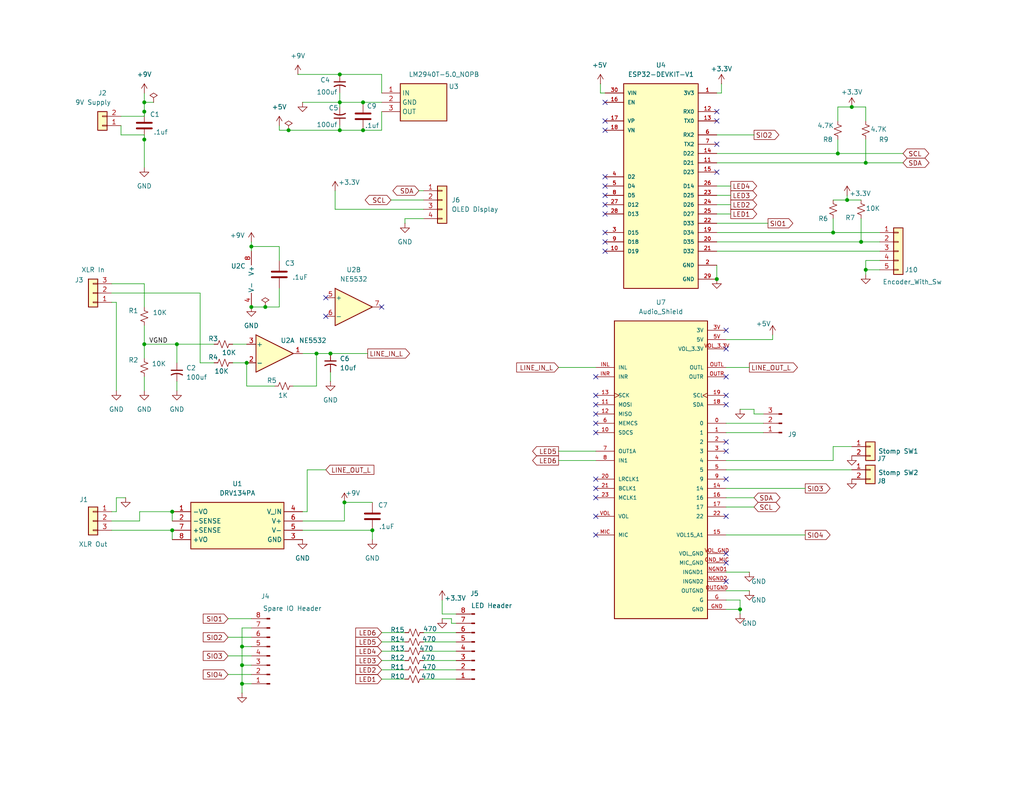
<source format=kicad_sch>
(kicad_sch (version 20250114) (generator "eeschema") (generator_version "9.0")
  (paper "A")
  (title_block (title "Vocal Delay Pedal") (date "2025-07-29") (company "William Douglas Music"))
  (lib_symbols
    (symbol "Amplifier_Operational:NE5532" (pin_names (offset 0.127))
      (property "Reference" "U" (at 0 5.08 0))
      (property "Value" "NE5532" (at 0 -5.08 0))
      (symbol "NE5532_1_1"
        (pin input line (at -7.62 2.54 0) (length 2.54) (name "+") (number "3"))
        (pin input line (at -7.62 -2.54 0) (length 2.54) (name "-") (number "2"))
        (pin output line (at 7.62 0 180) (length 2.54) (name "~") (number "1"))
      )
      (symbol "NE5532_2_1"
        (pin input line (at -7.62 2.54 0) (length 2.54) (name "+") (number "5"))
        (pin input line (at -7.62 -2.54 0) (length 2.54) (name "-") (number "6"))
        (pin output line (at 7.62 0 180) (length 2.54) (name "~") (number "7"))
      )
      (symbol "NE5532_3_1"
        (pin power_in line (at -2.54 7.62 270) (length 3.81) (name "V+") (number "8"))
        (pin power_in line (at -2.54 -7.62 90) (length 3.81) (name "V-") (number "4"))
      )
    )
    (symbol "Connector:Conn_01x03_Pin" (pin_names (offset 1.016) (hide yes))
      (property "Reference" "J" (at 0 5.08 0))
      (property "Value" "Conn_01x03_Pin" (at 0 -5.08 0))
      (symbol "Conn_01x03_Pin_1_1"
        (pin passive line (at 5.08 2.54 180) (length 3.81) (name "Pin_1") (number "1"))
        (pin passive line (at 5.08 0 180) (length 3.81) (name "Pin_2") (number "2"))
        (pin passive line (at 5.08 -2.54 180) (length 3.81) (name "Pin_3") (number "3"))
      )
    )
    (symbol "Connector:Conn_01x08_Pin" (pin_names (offset 1.016) (hide yes))
      (property "Reference" "J" (at 0 10.16 0))
      (property "Value" "Conn_01x08_Pin" (at 0 -12.7 0))
      (symbol "Conn_01x08_Pin_1_1"
        (pin passive line (at 5.08 7.62 180) (length 3.81) (name "Pin_1") (number "1"))
        (pin passive line (at 5.08 5.08 180) (length 3.81) (name "Pin_2") (number "2"))
        (pin passive line (at 5.08 2.54 180) (length 3.81) (name "Pin_3") (number "3"))
        (pin passive line (at 5.08 0 180) (length 3.81) (name "Pin_4") (number "4"))
        (pin passive line (at 5.08 -2.54 180) (length 3.81) (name "Pin_5") (number "5"))
        (pin passive line (at 5.08 -5.08 180) (length 3.81) (name "Pin_6") (number "6"))
        (pin passive line (at 5.08 -7.62 180) (length 3.81) (name "Pin_7") (number "7"))
        (pin passive line (at 5.08 -10.16 180) (length 3.81) (name "Pin_8") (number "8"))
      )
    )
    (symbol "Connector_Generic:Conn_01x02" (pin_names (offset 1.016) (hide yes))
      (property "Reference" "J" (at 0 2.54 0))
      (property "Value" "Conn_01x02" (at 0 -5.08 0))
      (symbol "Conn_01x02_1_1"
        (pin passive line (at -5.08 0 0) (length 3.81) (name "Pin_1") (number "1"))
        (pin passive line (at -5.08 -2.54 0) (length 3.81) (name "Pin_2") (number "2"))
      )
    )
    (symbol "Connector_Generic:Conn_01x03" (pin_names (offset 1.016) (hide yes))
      (property "Reference" "J" (at 0 5.08 0))
      (property "Value" "Conn_01x03" (at 0 -5.08 0))
      (symbol "Conn_01x03_1_1"
        (pin passive line (at -5.08 2.54 0) (length 3.81) (name "Pin_1") (number "1"))
        (pin passive line (at -5.08 0 0) (length 3.81) (name "Pin_2") (number "2"))
        (pin passive line (at -5.08 -2.54 0) (length 3.81) (name "Pin_3") (number "3"))
      )
    )
    (symbol "Connector_Generic:Conn_01x04" (pin_names (offset 1.016) (hide yes))
      (property "Reference" "J" (at 0 5.08 0))
      (property "Value" "Conn_01x04" (at 0 -7.62 0))
      (symbol "Conn_01x04_1_1"
        (pin passive line (at -5.08 2.54 0) (length 3.81) (name "Pin_1") (number "1"))
        (pin passive line (at -5.08 0 0) (length 3.81) (name "Pin_2") (number "2"))
        (pin passive line (at -5.08 -2.54 0) (length 3.81) (name "Pin_3") (number "3"))
        (pin passive line (at -5.08 -5.08 0) (length 3.81) (name "Pin_4") (number "4"))
      )
    )
    (symbol "Connector_Generic:Conn_01x05" (pin_names (offset 1.016) (hide yes))
      (property "Reference" "J" (at 0 7.62 0))
      (property "Value" "Conn_01x05" (at 0 -7.62 0))
      (symbol "Conn_01x05_1_1"
        (pin passive line (at -5.08 5.08 0) (length 3.81) (name "Pin_1") (number "1"))
        (pin passive line (at -5.08 2.54 0) (length 3.81) (name "Pin_2") (number "2"))
        (pin passive line (at -5.08 0 0) (length 3.81) (name "Pin_3") (number "3"))
        (pin passive line (at -5.08 -2.54 0) (length 3.81) (name "Pin_4") (number "4"))
        (pin passive line (at -5.08 -5.08 0) (length 3.81) (name "Pin_5") (number "5"))
      )
    )
    (symbol "Device:C" (pin_numbers (hide yes)) (pin_names (offset 0.254))
      (property "Reference" "C" (at 0.635 2.54 0))
      (property "Value" "C" (at 0.635 -2.54 0))
      (symbol "C_1_1"
        (pin passive line (at 0 3.81 270) (length 2.794) (name "~") (number "1"))
        (pin passive line (at 0 -3.81 90) (length 2.794) (name "~") (number "2"))
      )
    )
    (symbol "Device:C_Small_US" (pin_numbers (hide yes)) (pin_names (offset 0.254) (hide yes))
      (property "Reference" "C" (at 0.254 1.778 0))
      (property "Value" "C_Small_US" (at 0.254 -2.032 0))
      (symbol "C_Small_US_1_1"
        (pin passive line (at 0 2.54 270) (length 2.032) (name "~") (number "1"))
        (pin passive line (at 0 -2.54 90) (length 2.032) (name "~") (number "2"))
      )
    )
    (symbol "Device:R_Small_US" (pin_numbers (hide yes)) (pin_names (offset 0.254) (hide yes))
      (property "Reference" "R" (at 0.762 0.508 0))
      (property "Value" "R_Small_US" (at 0.762 -1.016 0))
      (symbol "R_Small_US_1_1"
        (pin passive line (at 0 2.54 270) (length 1.016) (name "~") (number "1"))
        (pin passive line (at 0 -2.54 90) (length 1.016) (name "~") (number "2"))
      )
    )
    (symbol "MySamacSys:Audio_Shield" (pin_names (offset 1.016))
      (property "Reference" "U" (at -12.7 41.148 0))
      (property "Value" "Audio_Shield" (at -12.7 -43.18 0))
      (symbol "Audio_Shield_0_0"
        (pin input line (at -17.78 27.94 0) (length 5.08) (name "INL") (number "INL"))
        (pin input line (at -17.78 25.4 0) (length 5.08) (name "INR") (number "INR"))
        (pin bidirectional clock (at -17.78 20.32 0) (length 5.08) (name "SCK") (number "13"))
        (pin bidirectional line (at -17.78 17.78 0) (length 5.08) (name "MOSI") (number "11"))
        (pin bidirectional line (at -17.78 15.24 0) (length 5.08) (name "MISO") (number "12"))
        (pin input line (at -17.78 12.7 0) (length 5.08) (name "MEMCS") (number "6"))
        (pin bidirectional line (at -17.78 10.16 0) (length 5.08) (name "SDCS") (number "10"))
        (pin output line (at -17.78 5.08 0) (length 5.08) (name "OUT1A") (number "7"))
        (pin input line (at -17.78 2.54 0) (length 5.08) (name "IN1") (number "8"))
        (pin bidirectional line (at -17.78 -2.54 0) (length 5.08) (name "LRCLK1") (number "20"))
        (pin bidirectional line (at -17.78 -5.08 0) (length 5.08) (name "BCLK1") (number "21"))
        (pin bidirectional line (at -17.78 -7.62 0) (length 5.08) (name "MCLK1") (number "23"))
        (pin input line (at -17.78 -12.7 0) (length 5.08) (name "VOL") (number "VOL"))
        (pin input line (at -17.78 -17.78 0) (length 5.08) (name "MIC") (number "MIC"))
        (pin power_in line (at 17.78 38.1 180) (length 5.08) (name "3V") (number "3V"))
        (pin power_in line (at 17.78 35.56 180) (length 5.08) (name "5V") (number "5V"))
        (pin power_in line (at 17.78 33.02 180) (length 5.08) (name "VOL_3.3V") (number "VOL_3.3V"))
        (pin output line (at 17.78 27.94 180) (length 5.08) (name "OUTL") (number "OUTL"))
        (pin output line (at 17.78 25.4 180) (length 5.08) (name "OUTR") (number "OUTR"))
        (pin bidirectional clock (at 17.78 20.32 180) (length 5.08) (name "SCL") (number "19"))
        (pin bidirectional line (at 17.78 17.78 180) (length 5.08) (name "SDA") (number "18"))
        (pin bidirectional line (at 17.78 12.7 180) (length 5.08) (name "0") (number "0"))
        (pin bidirectional line (at 17.78 10.16 180) (length 5.08) (name "1") (number "1"))
        (pin bidirectional line (at 17.78 7.62 180) (length 5.08) (name "2") (number "2"))
        (pin bidirectional line (at 17.78 5.08 180) (length 5.08) (name "3") (number "3"))
        (pin bidirectional line (at 17.78 2.54 180) (length 5.08) (name "4") (number "4"))
        (pin bidirectional line (at 17.78 0 180) (length 5.08) (name "5") (number "5"))
        (pin bidirectional line (at 17.78 -2.54 180) (length 5.08) (name "9") (number "9"))
        (pin bidirectional line (at 17.78 -5.08 180) (length 5.08) (name "14") (number "14"))
        (pin bidirectional line (at 17.78 -7.62 180) (length 5.08) (name "16") (number "16"))
        (pin bidirectional line (at 17.78 -10.16 180) (length 5.08) (name "17") (number "17"))
        (pin bidirectional line (at 17.78 -12.7 180) (length 5.08) (name "22") (number "22"))
        (pin bidirectional line (at 17.78 -17.78 180) (length 5.08) (name "VOL15_A1") (number "15"))
        (pin power_in line (at 17.78 -22.86 180) (length 5.08) (name "VOL_GND") (number "VOL_GND"))
        (pin power_in line (at 17.78 -25.4 180) (length 5.08) (name "MIC_GND") (number "GND_MIC"))
        (pin power_in line (at 17.78 -27.94 180) (length 5.08) (name "INGND1") (number "INGND1"))
        (pin power_in line (at 17.78 -30.48 180) (length 5.08) (name "INGND2") (number "INGND2"))
        (pin power_in line (at 17.78 -33.02 180) (length 5.08) (name "OUTGND") (number "OUTGND"))
        (pin power_in line (at 17.78 -35.56 180) (length 5.08) (name "G") (number "G"))
        (pin power_in line (at 17.78 -38.1 180) (length 5.08) (name "GND") (number "GND"))
      )
    )
    (symbol "MySamacSys:DRV134PA_v2"
      (property "Reference" "IC" (at 4.826 4.572 0))
      (property "Value" "DRV134PA_v2" (at 10.668 -11.176 0))
      (symbol "DRV134PA_v2_1_1"
        (pin passive line (at 0 0 0) (length 5.08) (name "-VO") (number "1"))
        (pin passive line (at 0 -2.54 0) (length 5.08) (name "-SENSE") (number "2"))
        (pin passive line (at 0 -5.08 0) (length 5.08) (name "+SENSE") (number "7"))
        (pin passive line (at 0 -7.62 0) (length 5.08) (name "+VO") (number "8"))
        (pin passive line (at 35.56 0 180) (length 5.08) (name "V_IN") (number "4"))
        (pin passive line (at 35.56 -2.54 180) (length 5.08) (name "V+") (number "6"))
        (pin passive line (at 35.56 -5.08 180) (length 5.08) (name "V-") (number "5"))
        (pin passive line (at 35.56 -7.62 180) (length 5.08) (name "GND") (number "3"))
      )
    )
    (symbol "MySamacSys:ESP32-DEVKIT-V1" (pin_names (offset 1.016))
      (property "Reference" "U" (at -10.16 30.48 0))
      (property "Value" "ESP32-DEVKIT-V1" (at -10.16 -30.48 0))
      (symbol "ESP32-DEVKIT-V1_0_0"
        (pin input line (at -15.24 25.4 0) (length 5.08) (name "VIN") (number "30"))
        (pin input line (at -15.24 22.86 0) (length 5.08) (name "EN") (number "16"))
        (pin bidirectional line (at -15.24 17.78 0) (length 5.08) (name "VP") (number "17"))
        (pin bidirectional line (at -15.24 15.24 0) (length 5.08) (name "VN") (number "18"))
        (pin bidirectional line (at -15.24 2.54 0) (length 5.08) (name "D2") (number "4"))
        (pin bidirectional line (at -15.24 0 0) (length 5.08) (name "D4") (number "5"))
        (pin bidirectional line (at -15.24 -2.54 0) (length 5.08) (name "D5") (number "8"))
        (pin bidirectional line (at -15.24 -5.08 0) (length 5.08) (name "D12") (number "27"))
        (pin bidirectional line (at -15.24 -7.62 0) (length 5.08) (name "D13") (number "28"))
        (pin bidirectional line (at -15.24 -12.7 0) (length 5.08) (name "D15") (number "3"))
        (pin bidirectional line (at -15.24 -15.24 0) (length 5.08) (name "D18") (number "9"))
        (pin bidirectional line (at -15.24 -17.78 0) (length 5.08) (name "D19") (number "10"))
        (pin input line (at 15.24 20.32 180) (length 5.08) (name "RX0") (number "12"))
        (pin output line (at 15.24 17.78 180) (length 5.08) (name "TX0") (number "13"))
        (pin input line (at 15.24 13.97 180) (length 5.08) (name "RX2") (number "6"))
        (pin output line (at 15.24 11.43 180) (length 5.08) (name "TX2") (number "7"))
        (pin bidirectional line (at 15.24 8.89 180) (length 5.08) (name "D22") (number "14"))
        (pin bidirectional line (at 15.24 3.81 180) (length 5.08) (name "D23") (number "15"))
        (pin bidirectional line (at 15.24 -2.54 180) (length 5.08) (name "D25") (number "23"))
        (pin bidirectional line (at 15.24 -5.08 180) (length 5.08) (name "D26") (number "24"))
        (pin bidirectional line (at 15.24 -7.62 180) (length 5.08) (name "D27") (number "25"))
        (pin bidirectional line (at 15.24 -10.16 180) (length 5.08) (name "D33") (number "22"))
        (pin bidirectional line (at 15.24 -12.7 180) (length 5.08) (name "D34") (number "19"))
        (pin bidirectional line (at 15.24 -15.24 180) (length 5.08) (name "D35") (number "20"))
        (pin bidirectional line (at 15.24 -17.78 180) (length 5.08) (name "D32") (number "21"))
        (pin power_in line (at 15.24 -21.59 180) (length 5.08) (name "GND") (number "2"))
        (pin power_in line (at 15.24 -25.4 180) (length 5.08) (name "GND") (number "29"))
      )
      (symbol "ESP32-DEVKIT-V1_1_0"
        (pin power_out line (at 15.24 25.4 180) (length 5.08) (name "3V3") (number "1"))
        (pin bidirectional line (at 15.24 6.35 180) (length 5.08) (name "D21") (number "11"))
        (pin bidirectional line (at 15.24 0 180) (length 5.08) (name "D14") (number "26"))
      )
    )
    (symbol "MySamacSys:LM2940T-5.0_NOPB"
      (property "Reference" "IC" (at 19.05 7.62 0))
      (property "Value" "LM2940T-5.0_NOPB" (at 19.05 5.08 0))
      (symbol "LM2940T-5.0_NOPB_1_1"
        (pin passive line (at 0 0 0) (length 5.08) (name "IN") (number "1"))
        (pin passive line (at 0 -2.54 0) (length 5.08) (name "GND") (number "2"))
        (pin passive line (at 0 -5.08 0) (length 5.08) (name "OUT") (number "3"))
      )
    )
    (symbol "power:+3.3V" (power) (pin_numbers (hide yes)) (pin_names (offset 0) (hide yes))
      (property "Value" "+3.3V" (at 0 3.556 0))
      (symbol "+3.3V_1_1"
        (pin power_in line (at 0 0 90) (length 0) (name "~") (number "1"))
      )
    )
    (symbol "power:+5V" (power) (pin_numbers (hide yes)) (pin_names (offset 0) (hide yes))
      (property "Value" "+5V" (at 0 3.556 0))
      (symbol "+5V_1_1"
        (pin power_in line (at 0 0 90) (length 0) (name "~") (number "1"))
      )
    )
    (symbol "power:+9V" (power) (pin_numbers (hide yes)) (pin_names (offset 0) (hide yes))
      (property "Value" "+9V" (at 0 3.556 0))
      (symbol "+9V_1_1"
        (pin power_in line (at 0 0 90) (length 0) (name "~") (number "1"))
      )
    )
    (symbol "power:GND" (power) (pin_numbers (hide yes)) (pin_names (offset 0) (hide yes))
      (property "Value" "GND" (at 0 -3.81 0))
      (symbol "GND_1_1"
        (pin power_in line (at 0 0 270) (length 0) (name "~") (number "1"))
      )
    )
    (symbol "power:PWR_FLAG" (power) (pin_numbers (hide yes)) (pin_names (offset 0) (hide yes))
      (property "Value" "PWR_FLAG" (at 0 3.81 0))
      (symbol "PWR_FLAG_0_0"
        (pin power_out line (at 0 0 90) (length 0) (name "~") (number "1"))
      )
    )
  )
  (junction (at 90.17 96.52))
  (junction (at 236.22 44.45))
  (junction (at 66.04 176.53))
  (junction (at 39.37 30.48))
  (junction (at 236.22 73.66))
  (junction (at 99.06 27.94))
  (junction (at 86.36 96.52))
  (junction (at 231.14 54.61))
  (junction (at 92.71 35.56))
  (junction (at 195.58 76.2))
  (junction (at 101.6 144.78))
  (junction (at 201.93 166.37))
  (junction (at 39.37 93.98))
  (junction (at 68.58 67.31))
  (junction (at 39.37 27.94))
  (junction (at 68.58 83.82))
  (junction (at 67.31 99.06))
  (junction (at 48.26 93.98))
  (junction (at 92.71 20.32))
  (junction (at 39.37 38.1))
  (junction (at 228.6 41.91))
  (junction (at 78.74 35.56))
  (junction (at 93.98 137.16))
  (junction (at 66.04 186.69))
  (junction (at 92.71 27.94))
  (junction (at 46.99 139.7))
  (junction (at 72.39 83.82))
  (junction (at 227.33 63.5))
  (junction (at 66.04 181.61))
  (junction (at 232.41 29.21))
  (junction (at 99.06 35.56))
  (junction (at 46.99 144.78))
  (junction (at 234.95 66.04))
  (no_connect (at 198.12 158.75))
  (no_connect (at 165.1 35.56))
  (no_connect (at 162.56 113.03))
  (no_connect (at 165.1 33.02))
  (no_connect (at 165.1 48.26))
  (no_connect (at 198.12 95.25))
  (no_connect (at 165.1 63.5))
  (no_connect (at 162.56 146.05))
  (no_connect (at 198.12 110.49))
  (no_connect (at 162.56 107.95))
  (no_connect (at 162.56 130.81))
  (no_connect (at 88.9 81.28))
  (no_connect (at 198.12 102.87))
  (no_connect (at 198.12 123.19))
  (no_connect (at 162.56 102.87))
  (no_connect (at 198.12 120.65))
  (no_connect (at 162.56 110.49))
  (no_connect (at 195.58 39.37))
  (no_connect (at 165.1 27.94))
  (no_connect (at 162.56 118.11))
  (no_connect (at 162.56 115.57))
  (no_connect (at 165.1 53.34))
  (no_connect (at 104.14 83.82))
  (no_connect (at 198.12 140.97))
  (no_connect (at 165.1 58.42))
  (no_connect (at 165.1 55.88))
  (no_connect (at 198.12 90.17))
  (no_connect (at 162.56 133.35))
  (no_connect (at 195.58 46.99))
  (no_connect (at 165.1 66.04))
  (no_connect (at 198.12 130.81))
  (no_connect (at 88.9 86.36))
  (no_connect (at 162.56 135.89))
  (no_connect (at 165.1 68.58))
  (no_connect (at 198.12 151.13))
  (no_connect (at 198.12 153.67))
  (no_connect (at 165.1 50.8))
  (no_connect (at 198.12 107.95))
  (no_connect (at 195.58 30.48))
  (no_connect (at 162.56 140.97))
  (no_connect (at 195.58 33.02))
  (wire (pts (xy 165.1 25.4) (xy 163.83 25.4)))
  (wire (pts (xy 92.71 34.29) (xy 92.71 35.56)))
  (wire (pts (xy 92.71 35.56) (xy 78.74 35.56)))
  (wire (pts (xy 195.58 68.58) (xy 240.03 68.58)))
  (wire (pts (xy 92.71 20.32) (xy 104.14 20.32)))
  (wire (pts (xy 66.04 171.45) (xy 66.04 176.53)))
  (wire (pts (xy 82.55 144.78) (xy 101.6 144.78)))
  (wire (pts (xy 76.2 34.29) (xy 76.2 35.56)))
  (wire (pts (xy 86.36 96.52) (xy 86.36 105.41)))
  (wire (pts (xy 99.06 27.94) (xy 104.14 27.94)))
  (wire (pts (xy 39.37 77.47) (xy 39.37 83.82)))
  (wire (pts (xy 92.71 25.4) (xy 92.71 27.94)))
  (wire (pts (xy 104.14 30.48) (xy 104.14 35.56)))
  (wire (pts (xy 198.12 128.27) (xy 232.41 128.27)))
  (wire (pts (xy 31.75 135.89) (xy 34.29 135.89)))
  (wire (pts (xy 39.37 27.94) (xy 41.91 27.94)))
  (wire (pts (xy 30.48 82.55) (xy 31.75 82.55)))
  (wire (pts (xy 78.74 35.56) (xy 76.2 35.56)))
  (wire (pts (xy 104.14 35.56) (xy 99.06 35.56)))
  (wire (pts (xy 195.58 44.45) (xy 236.22 44.45)))
  (wire (pts (xy 152.4 100.33) (xy 162.56 100.33)))
  (wire (pts (xy 92.71 27.94) (xy 92.71 29.21)))
  (wire (pts (xy 234.95 59.69) (xy 234.95 66.04)))
  (wire (pts (xy 93.98 137.16) (xy 93.98 142.24)))
  (wire (pts (xy 104.14 180.34) (xy 110.49 180.34)))
  (wire (pts (xy 63.5 93.98) (xy 67.31 93.98)))
  (wire (pts (xy 104.14 175.26) (xy 110.49 175.26)))
  (wire (pts (xy 82.55 27.94) (xy 92.71 27.94)))
  (wire (pts (xy 82.55 142.24) (xy 93.98 142.24)))
  (wire (pts (xy 67.31 99.06) (xy 67.31 105.41)))
  (wire (pts (xy 115.57 182.88) (xy 124.46 182.88)))
  (wire (pts (xy 198.12 135.89) (xy 205.74 135.89)))
  (wire (pts (xy 63.5 99.06) (xy 67.31 99.06)))
  (wire (pts (xy 68.58 68.58) (xy 68.58 67.31)))
  (wire (pts (xy 86.36 96.52) (xy 90.17 96.52)))
  (wire (pts (xy 236.22 73.66) (xy 240.03 73.66)))
  (wire (pts (xy 198.12 166.37) (xy 201.93 166.37)))
  (wire (pts (xy 66.04 176.53) (xy 68.58 176.53)))
  (wire (pts (xy 76.2 71.12) (xy 76.2 67.31)))
  (wire (pts (xy 48.26 104.14) (xy 48.26 106.68)))
  (wire (pts (xy 198.12 161.29) (xy 204.47 161.29)))
  (wire (pts (xy 62.23 173.99) (xy 68.58 173.99)))
  (wire (pts (xy 39.37 36.83) (xy 39.37 38.1)))
  (wire (pts (xy 210.82 92.71) (xy 210.82 91.44)))
  (wire (pts (xy 39.37 93.98) (xy 48.26 93.98)))
  (wire (pts (xy 198.12 118.11) (xy 208.28 118.11)))
  (wire (pts (xy 39.37 27.94) (xy 39.37 30.48)))
  (wire (pts (xy 236.22 38.1) (xy 236.22 44.45)))
  (wire (pts (xy 195.58 36.83) (xy 205.74 36.83)))
  (wire (pts (xy 68.58 186.69) (xy 66.04 186.69)))
  (wire (pts (xy 228.6 41.91) (xy 246.38 41.91)))
  (wire (pts (xy 62.23 168.91) (xy 68.58 168.91)))
  (wire (pts (xy 83.82 128.27) (xy 83.82 139.7)))
  (wire (pts (xy 195.58 66.04) (xy 234.95 66.04)))
  (wire (pts (xy 38.1 139.7) (xy 46.99 139.7)))
  (wire (pts (xy 123.19 168.91) (xy 120.65 168.91)))
  (wire (pts (xy 198.12 138.43) (xy 205.74 138.43)))
  (wire (pts (xy 123.19 170.18) (xy 123.19 168.91)))
  (wire (pts (xy 31.75 82.55) (xy 31.75 106.68)))
  (wire (pts (xy 62.23 179.07) (xy 68.58 179.07)))
  (wire (pts (xy 228.6 38.1) (xy 228.6 41.91)))
  (wire (pts (xy 115.57 52.07) (xy 114.3 52.07)))
  (wire (pts (xy 48.26 99.06) (xy 48.26 93.98)))
  (wire (pts (xy 66.04 186.69) (xy 66.04 189.23)))
  (wire (pts (xy 198.12 125.73) (xy 227.33 125.73)))
  (wire (pts (xy 39.37 31.75) (xy 39.37 30.48)))
  (wire (pts (xy 46.99 144.78) (xy 46.99 147.32)))
  (wire (pts (xy 228.6 29.21) (xy 232.41 29.21)))
  (wire (pts (xy 33.02 34.29) (xy 33.02 36.83)))
  (wire (pts (xy 198.12 133.35) (xy 219.71 133.35)))
  (wire (pts (xy 68.58 67.31) (xy 76.2 67.31)))
  (wire (pts (xy 76.2 83.82) (xy 72.39 83.82)))
  (wire (pts (xy 90.17 101.6) (xy 90.17 104.14)))
  (wire (pts (xy 39.37 93.98) (xy 39.37 97.79)))
  (wire (pts (xy 236.22 74.93) (xy 236.22 73.66)))
  (wire (pts (xy 81.28 20.32) (xy 92.71 20.32)))
  (wire (pts (xy 39.37 88.9) (xy 39.37 93.98)))
  (wire (pts (xy 39.37 102.87) (xy 39.37 106.68)))
  (wire (pts (xy 38.1 142.24) (xy 38.1 139.7)))
  (wire (pts (xy 152.4 125.73) (xy 162.56 125.73)))
  (wire (pts (xy 54.61 99.06) (xy 58.42 99.06)))
  (wire (pts (xy 39.37 25.4) (xy 39.37 27.94)))
  (wire (pts (xy 163.83 22.86) (xy 163.83 25.4)))
  (wire (pts (xy 120.65 167.64) (xy 124.46 167.64)))
  (wire (pts (xy 240.03 71.12) (xy 236.22 71.12)))
  (wire (pts (xy 115.57 59.69) (xy 110.49 59.69)))
  (wire (pts (xy 39.37 38.1) (xy 39.37 45.72)))
  (wire (pts (xy 195.58 25.4) (xy 196.85 25.4)))
  (wire (pts (xy 198.12 156.21) (xy 204.47 156.21)))
  (wire (pts (xy 92.71 27.94) (xy 99.06 27.94)))
  (wire (pts (xy 91.44 52.07) (xy 91.44 57.15)))
  (wire (pts (xy 30.48 139.7) (xy 31.75 139.7)))
  (wire (pts (xy 54.61 80.01) (xy 54.61 99.06)))
  (wire (pts (xy 104.14 177.8) (xy 110.49 177.8)))
  (wire (pts (xy 115.57 177.8) (xy 124.46 177.8)))
  (wire (pts (xy 205.74 111.76) (xy 205.74 113.03)))
  (wire (pts (xy 99.06 35.56) (xy 92.71 35.56)))
  (wire (pts (xy 115.57 172.72) (xy 124.46 172.72)))
  (wire (pts (xy 195.58 50.8) (xy 199.39 50.8)))
  (wire (pts (xy 30.48 77.47) (xy 39.37 77.47)))
  (wire (pts (xy 198.12 92.71) (xy 210.82 92.71)))
  (wire (pts (xy 201.93 167.64) (xy 201.93 166.37)))
  (wire (pts (xy 68.58 171.45) (xy 66.04 171.45)))
  (wire (pts (xy 33.02 31.75) (xy 39.37 31.75)))
  (wire (pts (xy 195.58 58.42) (xy 199.39 58.42)))
  (wire (pts (xy 104.14 185.42) (xy 110.49 185.42)))
  (wire (pts (xy 123.19 170.18) (xy 124.46 170.18)))
  (wire (pts (xy 198.12 100.33) (xy 204.47 100.33)))
  (wire (pts (xy 106.68 54.61) (xy 115.57 54.61)))
  (wire (pts (xy 231.14 53.34) (xy 231.14 54.61)))
  (wire (pts (xy 33.02 36.83) (xy 39.37 36.83)))
  (wire (pts (xy 110.49 59.69) (xy 110.49 60.96)))
  (wire (pts (xy 232.41 29.21) (xy 236.22 29.21)))
  (wire (pts (xy 82.55 96.52) (xy 86.36 96.52)))
  (wire (pts (xy 228.6 33.02) (xy 228.6 29.21)))
  (wire (pts (xy 198.12 146.05) (xy 219.71 146.05)))
  (wire (pts (xy 76.2 78.74) (xy 76.2 83.82)))
  (wire (pts (xy 152.4 123.19) (xy 162.56 123.19)))
  (wire (pts (xy 195.58 63.5) (xy 227.33 63.5)))
  (wire (pts (xy 234.95 66.04) (xy 240.03 66.04)))
  (wire (pts (xy 227.33 125.73) (xy 227.33 121.92)))
  (wire (pts (xy 227.33 59.69) (xy 227.33 63.5)))
  (wire (pts (xy 231.14 54.61) (xy 234.95 54.61)))
  (wire (pts (xy 30.48 144.78) (xy 46.99 144.78)))
  (wire (pts (xy 227.33 54.61) (xy 231.14 54.61)))
  (wire (pts (xy 66.04 181.61) (xy 66.04 176.53)))
  (wire (pts (xy 205.74 113.03) (xy 208.28 113.03)))
  (wire (pts (xy 93.98 137.16) (xy 101.6 137.16)))
  (wire (pts (xy 195.58 41.91) (xy 228.6 41.91)))
  (wire (pts (xy 195.58 53.34) (xy 199.39 53.34)))
  (wire (pts (xy 120.65 163.83) (xy 120.65 167.64)))
  (wire (pts (xy 195.58 55.88) (xy 199.39 55.88)))
  (wire (pts (xy 201.93 163.83) (xy 201.93 166.37)))
  (wire (pts (xy 91.44 57.15) (xy 115.57 57.15)))
  (wire (pts (xy 30.48 142.24) (xy 38.1 142.24)))
  (wire (pts (xy 195.58 60.96) (xy 209.55 60.96)))
  (wire (pts (xy 104.14 172.72) (xy 110.49 172.72)))
  (wire (pts (xy 62.23 184.15) (xy 68.58 184.15)))
  (wire (pts (xy 227.33 121.92) (xy 232.41 121.92)))
  (wire (pts (xy 236.22 44.45) (xy 246.38 44.45)))
  (wire (pts (xy 30.48 80.01) (xy 54.61 80.01)))
  (wire (pts (xy 198.12 115.57) (xy 208.28 115.57)))
  (wire (pts (xy 74.93 105.41) (xy 67.31 105.41)))
  (wire (pts (xy 83.82 139.7) (xy 82.55 139.7)))
  (wire (pts (xy 31.75 139.7) (xy 31.75 135.89)))
  (wire (pts (xy 236.22 71.12) (xy 236.22 73.66)))
  (wire (pts (xy 90.17 96.52) (xy 100.33 96.52)))
  (wire (pts (xy 115.57 185.42) (xy 124.46 185.42)))
  (wire (pts (xy 227.33 63.5) (xy 240.03 63.5)))
  (wire (pts (xy 46.99 139.7) (xy 46.99 142.24)))
  (wire (pts (xy 196.85 22.86) (xy 196.85 25.4)))
  (wire (pts (xy 198.12 163.83) (xy 201.93 163.83)))
  (wire (pts (xy 48.26 93.98) (xy 58.42 93.98)))
  (wire (pts (xy 205.74 111.76) (xy 201.93 111.76)))
  (wire (pts (xy 83.82 128.27) (xy 88.9 128.27)))
  (wire (pts (xy 195.58 72.39) (xy 195.58 76.2)))
  (wire (pts (xy 101.6 147.32) (xy 101.6 144.78)))
  (wire (pts (xy 66.04 181.61) (xy 68.58 181.61)))
  (wire (pts (xy 68.58 67.31) (xy 68.58 66.04)))
  (wire (pts (xy 104.14 20.32) (xy 104.14 25.4)))
  (wire (pts (xy 236.22 29.21) (xy 236.22 33.02)))
  (wire (pts (xy 104.14 182.88) (xy 110.49 182.88)))
  (wire (pts (xy 72.39 83.82) (xy 68.58 83.82)))
  (wire (pts (xy 66.04 181.61) (xy 66.04 186.69)))
  (wire (pts (xy 115.57 180.34) (xy 124.46 180.34)))
  (wire (pts (xy 115.57 175.26) (xy 124.46 175.26)))
  (wire (pts (xy 80.01 105.41) (xy 86.36 105.41)))
  (label "VGND" (at 40.64 93.98 0))
  (global_label "SDA" (shape bidirectional) (at 246.38 44.45 0) (property "Intersheetrefs" "${INTERSHEET_REFS}" (effects (hide yes))))
  (global_label "LED3" (shape output) (at 199.39 53.34 0) (property "Intersheetrefs" "${INTERSHEET_REFS}" (effects (hide yes))))
  (global_label "LED2" (shape output) (at 199.39 55.88 0) (property "Intersheetrefs" "${INTERSHEET_REFS}" (effects (hide yes))))
  (global_label "LED4" (shape output) (at 199.39 50.8 0) (property "Intersheetrefs" "${INTERSHEET_REFS}" (effects (hide yes))))
  (global_label "LED2" (shape input) (at 104.14 182.88 180) (property "Intersheetrefs" "${INTERSHEET_REFS}" (effects (hide yes))))
  (global_label "LED1" (shape input) (at 104.14 185.42 180) (property "Intersheetrefs" "${INTERSHEET_REFS}" (effects (hide yes))))
  (global_label "SDA" (shape bidirectional) (at 205.74 135.89 0) (property "Intersheetrefs" "${INTERSHEET_REFS}" (effects (hide yes))))
  (global_label "LED5" (shape output) (at 152.4 123.19 180) (property "Intersheetrefs" "${INTERSHEET_REFS}" (effects (hide yes))))
  (global_label "SCL" (shape bidirectional) (at 205.74 138.43 0) (property "Intersheetrefs" "${INTERSHEET_REFS}" (effects (hide yes))))
  (global_label "LED3" (shape input) (at 104.14 180.34 180) (property "Intersheetrefs" "${INTERSHEET_REFS}" (effects (hide yes))))
  (global_label "SIO2" (shape input) (at 62.23 173.99 180) (property "Intersheetrefs" "${INTERSHEET_REFS}" (effects (hide yes))))
  (global_label "SDA" (shape bidirectional) (at 114.3 52.07 180) (property "Intersheetrefs" "${INTERSHEET_REFS}" (effects (hide yes))))
  (global_label "SIO4" (shape input) (at 62.23 184.15 180) (property "Intersheetrefs" "${INTERSHEET_REFS}" (effects (hide yes))))
  (global_label "LED6" (shape output) (at 152.4 125.73 180) (property "Intersheetrefs" "${INTERSHEET_REFS}" (effects (hide yes))))
  (global_label "LINE_IN_L" (shape input) (at 152.4 100.33 180) (property "Intersheetrefs" "${INTERSHEET_REFS}" (effects (hide yes))))
  (global_label "SIO1" (shape output) (at 209.55 60.96 0) (property "Intersheetrefs" "${INTERSHEET_REFS}" (effects (hide yes))))
  (global_label "LINE_IN_L" (shape output) (at 100.33 96.52 0) (property "Intersheetrefs" "${INTERSHEET_REFS}" (effects (hide yes))))
  (global_label "LED1" (shape output) (at 199.39 58.42 0) (property "Intersheetrefs" "${INTERSHEET_REFS}" (effects (hide yes))))
  (global_label "LED5" (shape input) (at 104.14 175.26 180) (property "Intersheetrefs" "${INTERSHEET_REFS}" (effects (hide yes))))
  (global_label "LINE_OUT_L" (shape output) (at 204.47 100.33 0) (property "Intersheetrefs" "${INTERSHEET_REFS}" (effects (hide yes))))
  (global_label "SIO3" (shape input) (at 62.23 179.07 180) (property "Intersheetrefs" "${INTERSHEET_REFS}" (effects (hide yes))))
  (global_label "SIO2" (shape output) (at 205.74 36.83 0) (property "Intersheetrefs" "${INTERSHEET_REFS}" (effects (hide yes))))
  (global_label "LINE_OUT_L" (shape input) (at 88.9 128.27 0) (property "Intersheetrefs" "${INTERSHEET_REFS}" (effects (hide yes))))
  (global_label "LED6" (shape input) (at 104.14 172.72 180) (property "Intersheetrefs" "${INTERSHEET_REFS}" (effects (hide yes))))
  (global_label "SIO1" (shape input) (at 62.23 168.91 180) (property "Intersheetrefs" "${INTERSHEET_REFS}" (effects (hide yes))))
  (global_label "LED4" (shape input) (at 104.14 177.8 180) (property "Intersheetrefs" "${INTERSHEET_REFS}" (effects (hide yes))))
  (global_label "SCL" (shape bidirectional) (at 106.68 54.61 180) (property "Intersheetrefs" "${INTERSHEET_REFS}" (effects (hide yes))))
  (global_label "SCL" (shape bidirectional) (at 246.38 41.91 0) (property "Intersheetrefs" "${INTERSHEET_REFS}" (effects (hide yes))))
  (global_label "SIO3" (shape output) (at 219.71 133.35 0) (property "Intersheetrefs" "${INTERSHEET_REFS}" (effects (hide yes))))
  (global_label "SIO4" (shape output) (at 219.71 146.05 0) (property "Intersheetrefs" "${INTERSHEET_REFS}" (effects (hide yes))))
  (symbol (lib_id "power:GND") (at 110.49 60.96 0) (unit 1)
    (property "Reference" "#PWR019" (effects (hide yes)))
    (property "Value" "GND" (at 110.49 66.04 0))
    (property "Description" "Power symbol creates a global label with name \"GND\" , ground" (effects (hide yes)))
  )
  (symbol (lib_id "Amplifier_Operational:NE5532") (at 96.52 83.82 0) (unit 2)
    (property "Reference" "U2" (at 96.52 73.66 0))
    (property "Value" "NE5532" (at 96.52 76.2 0))
    (property "Footprint" "Package_DIP:DIP-8_W7.62mm" (effects (hide yes)))
    (property "Datasheet" "http://www.ti.com/lit/ds/symlink/ne5532.pdf" (effects (hide yes)))
    (property "Description" "Dual Low-Noise Operational Amplifiers, DIP-8/SOIC-8" (effects (hide yes)))
  )
  (symbol (lib_id "Amplifier_Operational:NE5532") (at 74.93 96.52 0) (unit 1)
    (property "Reference" "U2" (at 78.486 92.964 0))
    (property "Value" "NE5532" (at 85.344 92.964 0))
    (property "Footprint" "Package_DIP:DIP-8_W7.62mm" (effects (hide yes)))
    (property "Datasheet" "http://www.ti.com/lit/ds/symlink/ne5532.pdf" (effects (hide yes)))
    (property "Description" "Dual Low-Noise Operational Amplifiers, DIP-8/SOIC-8" (effects (hide yes)))
  )
  (symbol (lib_id "Connector_Generic:Conn_01x02") (at 237.49 121.92 0) (unit 1)
    (property "Reference" "J7" (at 240.538 125.222 0))
    (property "Value" "Stomp SW1" (at 245.11 123.19 0))
    (property "Footprint" "Connector_JST:JST_XH_B2B-XH-A_1x02_P2.50mm_Vertical" (effects (hide yes)))
    (property "Description" "Generic connector, single row, 01x02, script generated (kicad-library-utils/schlib/autogen/connector/)" (effects (hide yes)))
  )
  (symbol (lib_id "power:+5V") (at 163.83 22.86 0) (unit 1)
    (property "Reference" "#PWR026" (effects (hide yes)))
    (property "Value" "+5V" (at 163.576 17.78 0))
    (property "Description" "Power symbol creates a global label with name \"+5V\"" (effects (hide yes)))
  )
  (symbol (lib_id "power:GND") (at 101.6 147.32 0) (unit 1)
    (property "Reference" "#PWR017" (effects (hide yes)))
    (property "Value" "GND" (at 101.6 152.4 0))
    (property "Description" "Power symbol creates a global label with name \"GND\" , ground" (effects (hide yes)))
  )
  (symbol (lib_id "Device:C") (at 99.06 31.75 0) (unit 1)
    (property "Reference" "C9" (at 100.076 28.956 0) (effects (justify left)))
    (property "Value" ".1uf" (at 99.568 34.29 0) (effects (justify left)))
    (property "Footprint" "Capacitor_THT:C_Disc_D3.0mm_W1.6mm_P2.50mm" (effects (hide yes)))
    (property "Description" "Unpolarized capacitor" (effects (hide yes)))
  )
  (symbol (lib_id "power:GND") (at 232.41 124.46 0) (unit 1)
    (property "Reference" "#PWR020" (effects (hide yes)))
    (property "Value" "GND" (effects (hide yes)))
    (property "Description" "Power symbol creates a global label with name \"GND\" , ground" (effects (hide yes)))
  )
  (symbol (lib_id "Connector:Conn_01x03_Pin") (at 213.36 115.57 180) (unit 1)
    (property "Reference" "J9" (at 216.154 118.618 0))
    (property "Value" "Conn_01x03_Pin" (effects (hide yes)))
    (property "Footprint" "Connector_PinHeader_2.54mm:PinHeader_1x03_P2.54mm_Vertical" (effects (hide yes)))
    (property "Description" "Generic connector, single row, 01x03, script generated" (effects (hide yes)))
  )
  (symbol (lib_id "Device:C_Small_US") (at 92.71 31.75 180) (unit 1)
    (property "Reference" "C5" (at 89.662 29.464 0) (effects (justify right)))
    (property "Value" "100uf" (at 86.36 34.036 0) (effects (justify right)))
    (property "Footprint" "Capacitor_THT:C_Radial_D5.0mm_H5.0mm_P2.00mm" (effects (hide yes)))
    (property "Description" "capacitor, small US symbol" (effects (hide yes)))
  )
  (symbol (lib_id "power:PWR_FLAG") (at 72.39 83.82 0) (unit 1)
    (property "Reference" "#FLG02" (effects (hide yes)))
    (property "Value" "PWR_FLAG" (effects (hide yes)))
    (property "Description" "Special symbol for telling ERC where power comes from" (effects (hide yes)))
  )
  (symbol (lib_id "Device:R_Small_US") (at 234.95 57.15 0) (unit 1)
    (property "Reference" "R7" (at 230.632 59.436 0) (effects (justify left)))
    (property "Value" "10K" (at 236.22 56.896 0) (effects (justify left)))
    (property "Footprint" "Resistor_THT:R_Axial_DIN0207_L6.3mm_D2.5mm_P7.62mm_Horizontal" (effects (hide yes)))
    (property "Description" "Resistor, small US symbol" (effects (hide yes)))
  )
  (symbol (lib_id "Connector_Generic:Conn_01x04") (at 120.65 54.61 0) (unit 1)
    (property "Reference" "J6" (at 123.19 54.6099 0) (effects (justify left)))
    (property "Value" "OLED Display" (at 123.19 57.1499 0) (effects (justify left)))
    (property "Footprint" "Connector_JST:JST_XH_B4B-XH-A_1x04_P2.50mm_Vertical" (effects (hide yes)))
    (property "Description" "Generic connector, single row, 01x04, script generated (kicad-library-utils/schlib/autogen/connector/)" (effects (hide yes)))
  )
  (symbol (lib_id "power:+9V") (at 81.28 20.32 0) (unit 1)
    (property "Reference" "#PWR012" (effects (hide yes)))
    (property "Value" "+9V" (at 81.28 15.24 0))
    (property "Description" "Power symbol creates a global label with name \"+9V\"" (effects (hide yes)))
  )
  (symbol (lib_id "power:+3.3V") (at 231.14 53.34 0) (unit 1)
    (property "Reference" "#PWR023" (effects (hide yes)))
    (property "Value" "+3.3V" (at 234.696 52.832 0))
    (property "Description" "Power symbol creates a global label with name \"+3.3V\"" (effects (hide yes)))
  )
  (symbol (lib_id "Device:R_Small_US") (at 60.96 99.06 90) (unit 1)
    (property "Reference" "R4" (at 58.166 97.536 90))
    (property "Value" "10K" (at 60.452 101.346 90))
    (property "Footprint" "Resistor_THT:R_Axial_DIN0207_L6.3mm_D2.5mm_P7.62mm_Horizontal" (effects (hide yes)))
    (property "Description" "Resistor, small US symbol" (effects (hide yes)))
  )
  (symbol (lib_id "Device:C") (at 101.6 140.97 0) (unit 1)
    (property "Reference" "C7" (at 103.124 137.922 0) (effects (justify left)))
    (property "Value" ".1uF" (at 103.378 143.764 0) (effects (justify left)))
    (property "Footprint" "Capacitor_THT:C_Disc_D3.0mm_W1.6mm_P2.50mm" (effects (hide yes)))
    (property "Description" "Unpolarized capacitor" (effects (hide yes)))
  )
  (symbol (lib_id "power:GND") (at 120.65 168.91 0) (unit 1)
    (property "Reference" "#PWR033" (effects (hide yes)))
    (property "Value" "GND" (effects (hide yes)))
    (property "Description" "Power symbol creates a global label with name \"GND\" , ground" (effects (hide yes)))
  )
  (symbol (lib_id "Device:C_Small_US") (at 48.26 101.6 0) (unit 1)
    (property "Reference" "C2" (at 50.8 100.4569 0) (effects (justify left)))
    (property "Value" "100uf" (at 50.8 102.9969 0) (effects (justify left)))
    (property "Footprint" "Capacitor_THT:C_Radial_D5.0mm_H5.0mm_P2.00mm" (effects (hide yes)))
    (property "Description" "capacitor, small US symbol" (effects (hide yes)))
  )
  (symbol (lib_id "Device:R_Small_US") (at 227.33 57.15 0) (unit 1)
    (property "Reference" "R6" (at 223.266 59.69 0) (effects (justify left)))
    (property "Value" "10K" (effects (hide yes)))
    (property "Footprint" "Resistor_THT:R_Axial_DIN0207_L6.3mm_D2.5mm_P7.62mm_Horizontal" (effects (hide yes)))
    (property "Description" "Resistor, small US symbol" (effects (hide yes)))
  )
  (symbol (lib_id "power:+5V") (at 76.2 34.29 0) (unit 1)
    (property "Reference" "#PWR011" (effects (hide yes)))
    (property "Value" "+5V" (at 76.2 29.21 0))
    (property "Description" "Power symbol creates a global label with name \"+5V\"" (effects (hide yes)))
  )
  (symbol (lib_id "Device:R_Small_US") (at 39.37 86.36 0) (unit 1)
    (property "Reference" "R1" (at 35.052 84.836 0) (effects (justify left)))
    (property "Value" "10K" (at 41.656 85.344 0) (effects (justify left)))
    (property "Footprint" "Resistor_THT:R_Axial_DIN0207_L6.3mm_D2.5mm_P7.62mm_Horizontal" (effects (hide yes)))
    (property "Description" "Resistor, small US symbol" (effects (hide yes)))
  )
  (symbol (lib_id "power:GND") (at 232.41 130.81 0) (unit 1)
    (property "Reference" "#PWR021" (effects (hide yes)))
    (property "Value" "GND" (effects (hide yes)))
    (property "Description" "Power symbol creates a global label with name \"GND\" , ground" (effects (hide yes)))
  )
  (symbol (lib_id "Device:R_Small_US") (at 113.03 177.8 90) (unit 1)
    (property "Reference" "R13" (at 108.458 177.038 90))
    (property "Value" "470" (at 116.332 177.038 90))
    (property "Footprint" "Resistor_THT:R_Axial_DIN0207_L6.3mm_D2.5mm_P7.62mm_Horizontal" (effects (hide yes)))
    (property "Description" "Resistor, small US symbol" (effects (hide yes)))
  )
  (symbol (lib_id "Connector_Generic:Conn_01x03") (at 25.4 80.01 180) (unit 1)
    (property "Reference" "J3" (at 21.59 76.454 0))
    (property "Value" "XLR In" (at 25.4 73.66 0))
    (property "Footprint" "Connector_JST:JST_XH_B3B-XH-A_1x03_P2.50mm_Vertical" (effects (hide yes)))
    (property "Description" "Generic connector, single row, 01x03, script generated (kicad-library-utils/schlib/autogen/connector/)" (effects (hide yes)))
  )
  (symbol (lib_id "power:GND") (at 31.75 106.68 0) (unit 1)
    (property "Reference" "#PWR02" (effects (hide yes)))
    (property "Value" "GND" (at 31.75 111.76 0))
    (property "Description" "Power symbol creates a global label with name \"GND\" , ground" (effects (hide yes)))
  )
  (symbol (lib_id "MySamacSys:ESP32-DEVKIT-V1") (at 180.34 50.8 0) (unit 1)
    (property "Reference" "U4" (at 180.34 17.78 0))
    (property "Value" "ESP32-DEVKIT-V1" (at 180.34 20.32 0))
    (property "Footprint" "MySamacSys:MODULE_ESP32_DEVKIT_V1" (effects (hide yes)))
    (property "MF" "Do it" (effects (hide yes)))
    (property "MAXIMUM_PACKAGE_HEIGHT" "6.8 mm" (effects (hide yes)))
    (property "Package" "None" (effects (hide yes)))
    (property "Price" "None" (effects (hide yes)))
    (property "Check_prices" "https://www.snapeda.com/parts/ESP32-DEVKIT-V1/Do+it/view-part/?ref=eda" (effects (hide yes)))
    (property "STANDARD" "Manufacturer Recommendations" (effects (hide yes)))
    (property "PARTREV" "N/A" (effects (hide yes)))
    (property "SnapEDA_Link" "https://www.snapeda.com/parts/ESP32-DEVKIT-V1/Do+it/view-part/?ref=snap" (effects (hide yes)))
    (property "MP" "ESP32-DEVKIT-V1" (effects (hide yes)))
    (property "Description_1" "Dual core, Wi-Fi: 2.4 GHz up to 150 Mbits/s,BLE (Bluetooth Low Energy) and legacy Bluetooth, 32 bits, Up to 240 MHz" (effects (hide yes)))
    (property "Availability" "Not in stock" (effects (hide yes)))
    (property "MANUFACTURER" "DOIT" (effects (hide yes)))
  )
  (symbol (lib_id "power:GND") (at 68.58 83.82 0) (unit 1)
    (property "Reference" "#PWR010" (effects (hide yes)))
    (property "Value" "GND" (at 68.58 88.9 0))
    (property "Description" "Power symbol creates a global label with name \"GND\" , ground" (effects (hide yes)))
  )
  (symbol (lib_id "Connector_Generic:Conn_01x03") (at 25.4 142.24 0) (mirror y) (unit 1)
    (property "Reference" "J1" (at 22.86 136.398 0))
    (property "Value" "XLR Out" (at 25.4 148.59 0))
    (property "Footprint" "Connector_JST:JST_XH_B3B-XH-A_1x03_P2.50mm_Vertical" (effects (hide yes)))
    (property "Description" "Generic connector, single row, 01x03, script generated (kicad-library-utils/schlib/autogen/connector/)" (effects (hide yes)))
  )
  (symbol (lib_id "Amplifier_Operational:NE5532") (at 71.12 76.2 0) (unit 3)
    (property "Reference" "U2" (at 62.992 72.644 0) (effects (justify left)))
    (property "Value" "NE5532" (effects (hide yes)))
    (property "Footprint" "Package_DIP:DIP-8_W7.62mm" (effects (hide yes)))
    (property "Datasheet" "http://www.ti.com/lit/ds/symlink/ne5532.pdf" (effects (hide yes)))
    (property "Description" "Dual Low-Noise Operational Amplifiers, DIP-8/SOIC-8" (effects (hide yes)))
  )
  (symbol (lib_id "power:GND") (at 39.37 106.68 0) (unit 1)
    (property "Reference" "#PWR06" (effects (hide yes)))
    (property "Value" "GND" (at 39.37 111.76 0))
    (property "Description" "Power symbol creates a global label with name \"GND\" , ground" (effects (hide yes)))
  )
  (symbol (lib_id "Device:R_Small_US") (at 113.03 185.42 90) (unit 1)
    (property "Reference" "R10" (at 108.458 184.658 90))
    (property "Value" "470" (at 116.84 184.658 90))
    (property "Footprint" "Resistor_THT:R_Axial_DIN0207_L6.3mm_D2.5mm_P7.62mm_Horizontal" (effects (hide yes)))
    (property "Description" "Resistor, small US symbol" (effects (hide yes)))
  )
  (symbol (lib_id "power:+9V") (at 68.58 66.04 0) (unit 1)
    (property "Reference" "#PWR09" (effects (hide yes)))
    (property "Value" "+9V" (at 64.77 64.262 0))
    (property "Description" "Power symbol creates a global label with name \"+9V\"" (effects (hide yes)))
  )
  (symbol (lib_id "power:GND") (at 201.93 167.64 0) (unit 1)
    (property "Reference" "#PWR034" (effects (hide yes)))
    (property "Value" "GND" (at 204.47 170.18 0))
    (property "Description" "Power symbol creates a global label with name \"GND\" , ground" (effects (hide yes)))
  )
  (symbol (lib_id "power:GND") (at 34.29 135.89 0) (unit 1)
    (property "Reference" "#PWR07" (effects (hide yes)))
    (property "Value" "GND" (effects (hide yes)))
    (property "Description" "Power symbol creates a global label with name \"GND\" , ground" (effects (hide yes)))
  )
  (symbol (lib_id "Device:R_Small_US") (at 39.37 100.33 0) (unit 1)
    (property "Reference" "R2" (at 35.052 98.298 0) (effects (justify left)))
    (property "Value" "10K" (at 41.402 99.314 0) (effects (justify left)))
    (property "Footprint" "Resistor_THT:R_Axial_DIN0207_L6.3mm_D2.5mm_P7.62mm_Horizontal" (effects (hide yes)))
    (property "Description" "Resistor, small US symbol" (effects (hide yes)))
  )
  (symbol (lib_id "Device:R_Small_US") (at 113.03 182.88 90) (unit 1)
    (property "Reference" "R11" (at 108.458 182.118 90))
    (property "Value" "470" (at 117.094 182.118 90))
    (property "Footprint" "Resistor_THT:R_Axial_DIN0207_L6.3mm_D2.5mm_P7.62mm_Horizontal" (effects (hide yes)))
    (property "Description" "Resistor, small US symbol" (effects (hide yes)))
  )
  (symbol (lib_id "power:+3.3V") (at 91.44 52.07 0) (unit 1)
    (property "Reference" "#PWR015" (effects (hide yes)))
    (property "Value" "+3.3V" (at 95.25 49.784 0))
    (property "Description" "Power symbol creates a global label with name \"+3.3V\"" (effects (hide yes)))
  )
  (symbol (lib_id "Device:C_Small_US") (at 92.71 22.86 0) (unit 1)
    (property "Reference" "C4" (at 87.376 21.844 0) (effects (justify left)))
    (property "Value" "100uf" (at 86.36 25.146 0) (effects (justify left)))
    (property "Footprint" "Capacitor_THT:C_Radial_D5.0mm_H5.0mm_P2.00mm" (effects (hide yes)))
    (property "Description" "capacitor, small US symbol" (effects (hide yes)))
  )
  (symbol (lib_id "Connector:Conn_01x08_Pin") (at 129.54 177.8 180) (unit 1)
    (property "Reference" "J5" (at 128.27 162.052 0) (effects (justify right)))
    (property "Value" "LED Header" (at 128.524 165.354 0) (effects (justify right)))
    (property "Footprint" "Connector_PinHeader_2.54mm:PinHeader_1x08_P2.54mm_Vertical" (effects (hide yes)))
    (property "Description" "Generic connector, single row, 01x08, script generated" (effects (hide yes)))
  )
  (symbol (lib_id "Device:R_Small_US") (at 228.6 35.56 0) (unit 1)
    (property "Reference" "R8" (at 224.536 38.1 0) (effects (justify left)))
    (property "Value" "4.7K" (at 223.012 34.29 0) (effects (justify left)))
    (property "Footprint" "Resistor_THT:R_Axial_DIN0207_L6.3mm_D2.5mm_P7.62mm_Horizontal" (effects (hide yes)))
    (property "Description" "Resistor, small US symbol" (effects (hide yes)))
  )
  (symbol (lib_id "Device:R_Small_US") (at 113.03 175.26 90) (unit 1)
    (property "Reference" "R14" (at 108.458 174.498 90))
    (property "Value" "470" (at 117.094 174.498 90))
    (property "Footprint" "Resistor_THT:R_Axial_DIN0207_L6.3mm_D2.5mm_P7.62mm_Horizontal" (effects (hide yes)))
    (property "Description" "Resistor, small US symbol" (effects (hide yes)))
  )
  (symbol (lib_id "power:GND") (at 90.17 104.14 0) (unit 1)
    (property "Reference" "#PWR016" (effects (hide yes)))
    (property "Value" "GND" (at 90.17 109.22 0))
    (property "Description" "Power symbol creates a global label with name \"GND\" , ground" (effects (hide yes)))
  )
  (symbol (lib_id "Connector_Generic:Conn_01x02") (at 237.49 128.27 0) (unit 1)
    (property "Reference" "J8" (at 240.538 131.318 0))
    (property "Value" "Stomp SW2" (at 245.11 129.032 0))
    (property "Footprint" "Connector_JST:JST_XH_B2B-XH-A_1x02_P2.50mm_Vertical" (effects (hide yes)))
    (property "Description" "Generic connector, single row, 01x02, script generated (kicad-library-utils/schlib/autogen/connector/)" (effects (hide yes)))
  )
  (symbol (lib_id "Device:R_Small_US") (at 113.03 172.72 90) (unit 1)
    (property "Reference" "R15" (at 108.458 171.958 90))
    (property "Value" "470" (at 117.348 171.704 90))
    (property "Footprint" "Resistor_THT:R_Axial_DIN0207_L6.3mm_D2.5mm_P7.62mm_Horizontal" (effects (hide yes)))
    (property "Description" "Resistor, small US symbol" (effects (hide yes)))
  )
  (symbol (lib_id "power:GND") (at 204.47 161.29 0) (unit 1)
    (property "Reference" "#PWR035" (effects (hide yes)))
    (property "Value" "GND" (at 207.01 163.83 0))
    (property "Description" "Power symbol creates a global label with name \"GND\" , ground" (effects (hide yes)))
  )
  (symbol (lib_id "power:GND") (at 236.22 74.93 0) (unit 1)
    (property "Reference" "#PWR022" (effects (hide yes)))
    (property "Value" "GND" (effects (hide yes)))
    (property "Description" "Power symbol creates a global label with name \"GND\" , ground" (effects (hide yes)))
  )
  (symbol (lib_id "MySamacSys:DRV134PA_v2") (at 46.99 139.7 0) (unit 1)
    (property "Reference" "U1" (at 64.77 132.08 0))
    (property "Value" "DRV134PA" (at 64.77 134.62 0))
    (property "Footprint" "DIP794W53P254L959H508Q8N" (effects (hide yes)))
    (property "Datasheet" "http://www.ti.com/lit/ds/symlink/drv134.pdf" (effects (hide yes)))
    (property "Description" "DRV134PA, Audio Amplifier 46dB +85 C 8-Pin PDIP" (effects (hide yes)))
    (property "Description_1" "DRV134PA, Audio Amplifier 46dB +85 C 8-Pin PDIP" (effects (hide yes)))
    (property "Height" "5.08" (effects (hide yes)))
    (property "Mouser Part Number" "595-DRV134PA" (effects (hide yes)))
    (property "Mouser Price/Stock" "https://www.mouser.co.uk/ProductDetail/Texas-Instruments/DRV134PA?qs=VBduBm9rCJQB2pI5Sv36eQ%3D%3D" (effects (hide yes)))
    (property "Manufacturer_Name" "Texas Instruments" (effects (hide yes)))
    (property "Manufacturer_Part_Number" "DRV134PA" (effects (hide yes)))
  )
  (symbol (lib_id "power:+3.3V") (at 232.41 29.21 0) (unit 1)
    (property "Reference" "#PWR031" (effects (hide yes)))
    (property "Value" "+3.3V" (at 232.41 25.146 0))
    (property "Description" "Power symbol creates a global label with name \"+3.3V\"" (effects (hide yes)))
  )
  (symbol (lib_id "Device:R_Small_US") (at 77.47 105.41 90) (unit 1)
    (property "Reference" "R5" (at 74.168 103.886 90))
    (property "Value" "1K" (at 77.216 107.95 90))
    (property "Footprint" "Resistor_THT:R_Axial_DIN0207_L6.3mm_D2.5mm_P7.62mm_Horizontal" (effects (hide yes)))
    (property "Description" "Resistor, small US symbol" (effects (hide yes)))
  )
  (symbol (lib_id "power:GND") (at 82.55 147.32 0) (unit 1)
    (property "Reference" "#PWR01" (effects (hide yes)))
    (property "Value" "GND" (at 82.55 152.4 0))
    (property "Description" "Power symbol creates a global label with name \"GND\" , ground" (effects (hide yes)))
  )
  (symbol (lib_id "power:GND") (at 39.37 45.72 0) (unit 1)
    (property "Reference" "#PWR04" (effects (hide yes)))
    (property "Value" "GND" (at 39.37 50.8 0))
    (property "Description" "Power symbol creates a global label with name \"GND\" , ground" (effects (hide yes)))
  )
  (symbol (lib_id "power:GND") (at 195.58 76.2 0) (unit 1)
    (property "Reference" "#PWR027" (effects (hide yes)))
    (property "Value" "GND" (effects (hide yes)))
    (property "Description" "Power symbol creates a global label with name \"GND\" , ground" (effects (hide yes)))
  )
  (symbol (lib_id "power:+3.3V") (at 196.85 22.86 0) (unit 1)
    (property "Reference" "#PWR030" (effects (hide yes)))
    (property "Value" "+3.3V" (at 196.85 18.796 0))
    (property "Description" "Power symbol creates a global label with name \"+3.3V\"" (effects (hide yes)))
  )
  (symbol (lib_id "Device:R_Small_US") (at 60.96 93.98 90) (unit 1)
    (property "Reference" "R3" (at 58.166 92.456 90))
    (property "Value" "10K" (at 62.484 96.266 90))
    (property "Footprint" "Resistor_THT:R_Axial_DIN0207_L6.3mm_D2.5mm_P7.62mm_Horizontal" (effects (hide yes)))
    (property "Description" "Resistor, small US symbol" (effects (hide yes)))
  )
  (symbol (lib_id "Device:C") (at 76.2 74.93 0) (unit 1)
    (property "Reference" "C3" (at 77.724 71.882 0) (effects (justify left)))
    (property "Value" ".1uF" (at 79.756 75.692 0) (effects (justify left)))
    (property "Footprint" "Capacitor_THT:C_Disc_D3.0mm_W1.6mm_P2.50mm" (effects (hide yes)))
    (property "Description" "Unpolarized capacitor" (effects (hide yes)))
  )
  (symbol (lib_id "power:+5V") (at 210.82 91.44 0) (unit 1)
    (property "Reference" "#PWR018" (effects (hide yes)))
    (property "Value" "+5V" (at 208.28 88.392 0))
    (property "Description" "Power symbol creates a global label with name \"+5V\"" (effects (hide yes)))
  )
  (symbol (lib_id "Device:R_Small_US") (at 113.03 180.34 90) (unit 1)
    (property "Reference" "R12" (at 108.458 179.578 90))
    (property "Value" "470" (at 116.84 179.578 90))
    (property "Footprint" "Resistor_THT:R_Axial_DIN0207_L6.3mm_D2.5mm_P7.62mm_Horizontal" (effects (hide yes)))
    (property "Description" "Resistor, small US symbol" (effects (hide yes)))
  )
  (symbol (lib_id "power:GND") (at 82.55 27.94 0) (unit 1)
    (property "Reference" "#PWR013" (effects (hide yes)))
    (property "Value" "GND" (effects (hide yes)))
    (property "Description" "Power symbol creates a global label with name \"GND\" , ground" (effects (hide yes)))
  )
  (symbol (lib_id "Connector:Conn_01x08_Pin") (at 73.66 179.07 180) (unit 1)
    (property "Reference" "J4" (at 72.39 162.814 0))
    (property "Value" "Spare IO Header" (at 79.756 166.116 0))
    (property "Footprint" "Connector_PinHeader_2.54mm:PinHeader_1x08_P2.54mm_Vertical" (effects (hide yes)))
    (property "Description" "Generic connector, single row, 01x08, script generated" (effects (hide yes)))
  )
  (symbol (lib_id "power:GND") (at 204.47 156.21 0) (unit 1)
    (property "Reference" "#PWR036" (effects (hide yes)))
    (property "Value" "GND" (at 207.01 158.75 0))
    (property "Description" "Power symbol creates a global label with name \"GND\" , ground" (effects (hide yes)))
  )
  (symbol (lib_id "power:PWR_FLAG") (at 41.91 27.94 0) (unit 1)
    (property "Reference" "#FLG01" (effects (hide yes)))
    (property "Value" "PWR_FLAG" (effects (hide yes)))
    (property "Description" "Special symbol for telling ERC where power comes from" (effects (hide yes)))
  )
  (symbol (lib_id "power:PWR_FLAG") (at 78.74 35.56 0) (unit 1)
    (property "Reference" "#FLG03" (effects (hide yes)))
    (property "Value" "PWR_FLAG" (effects (hide yes)))
    (property "Description" "Special symbol for telling ERC where power comes from" (effects (hide yes)))
  )
  (symbol (lib_id "power:GND") (at 48.26 106.68 0) (unit 1)
    (property "Reference" "#PWR08" (effects (hide yes)))
    (property "Value" "GND" (at 48.26 111.76 0))
    (property "Description" "Power symbol creates a global label with name \"GND\" , ground" (effects (hide yes)))
  )
  (symbol (lib_id "Device:C") (at 39.37 34.29 0) (unit 1)
    (property "Reference" "C1" (at 40.894 31.242 0) (effects (justify left)))
    (property "Value" ".1uf" (at 41.91 36.068 0) (effects (justify left)))
    (property "Footprint" "Capacitor_THT:C_Disc_D3.0mm_W1.6mm_P2.50mm" (effects (hide yes)))
    (property "Description" "Unpolarized capacitor" (effects (hide yes)))
  )
  (symbol (lib_id "power:GND") (at 201.93 111.76 0) (unit 1)
    (property "Reference" "#PWR037" (effects (hide yes)))
    (property "Value" "GND" (effects (hide yes)))
    (property "Description" "Power symbol creates a global label with name \"GND\" , ground" (effects (hide yes)))
  )
  (symbol (lib_id "MySamacSys:Audio_Shield") (at 180.34 128.27 0) (unit 1)
    (property "Reference" "U7" (at 180.34 82.55 0))
    (property "Value" "Audio_Shield" (at 180.34 85.09 0))
    (property "Footprint" "MySamacSys:MODULE_DEV-15845" (effects (hide yes)))
    (property "MF" "SparkFun Electronics" (effects (hide yes)))
    (property "Description_1" "SGTL5000 Audio Interface Audio Teensy Platform Evaluation Expansion Board" (effects (hide yes)))
    (property "Package" "None" (effects (hide yes)))
    (property "Price" "None" (effects (hide yes)))
    (property "Check_prices" "https://www.snapeda.com/parts/DEV-15845/SparkFun/view-part/?ref=eda" (effects (hide yes)))
    (property "STANDARD" "Manufacturer recommendations" (effects (hide yes)))
    (property "SnapEDA_Link" "https://www.snapeda.com/parts/DEV-15845/SparkFun/view-part/?ref=snap" (effects (hide yes)))
    (property "MP" "DEV-15845" (effects (hide yes)))
    (property "Purchase-URL" "https://www.snapeda.com/api/url_track_click_mouser/?unipart_id=5652094&manufacturer=SparkFun Electronics&part_name=DEV-15845&search_term=None" (effects (hide yes)))
    (property "Availability" "In Stock" (effects (hide yes)))
    (property "MANUFACTURER" "SparkFun" (effects (hide yes)))
  )
  (symbol (lib_id "Connector_Generic:Conn_01x02") (at 27.94 34.29 180) (unit 1)
    (property "Reference" "J2" (at 27.94 25.4 0))
    (property "Value" "9V Supply" (at 25.4 27.94 0))
    (property "Footprint" "Connector_JST:JST_XH_B2B-XH-A_1x02_P2.50mm_Vertical" (effects (hide yes)))
    (property "Description" "Generic connector, single row, 01x02, script generated (kicad-library-utils/schlib/autogen/connector/)" (effects (hide yes)))
  )
  (symbol (lib_id "power:+9V") (at 39.37 25.4 0) (unit 1)
    (property "Reference" "#PWR03" (effects (hide yes)))
    (property "Value" "+9V" (at 39.37 20.32 0))
    (property "Description" "Power symbol creates a global label with name \"+9V\"" (effects (hide yes)))
  )
  (symbol (lib_id "power:+3.3V") (at 120.65 163.83 0) (unit 1)
    (property "Reference" "#PWR032" (effects (hide yes)))
    (property "Value" "+3.3V" (at 124.206 163.322 0))
    (property "Description" "Power symbol creates a global label with name \"+3.3V\"" (effects (hide yes)))
  )
  (symbol (lib_id "Device:C_Small_US") (at 90.17 99.06 0) (unit 1)
    (property "Reference" "C6" (at 92.71 97.9169 0) (effects (justify left)))
    (property "Value" "10uf" (at 92.71 100.4569 0) (effects (justify left)))
    (property "Footprint" "Capacitor_THT:C_Radial_D5.0mm_H5.0mm_P2.00mm" (effects (hide yes)))
    (property "Description" "capacitor, small US symbol" (effects (hide yes)))
  )
  (symbol (lib_id "Device:R_Small_US") (at 236.22 35.56 0) (unit 1)
    (property "Reference" "R9" (at 239.776 38.1 0) (effects (justify left)))
    (property "Value" "4.7K" (at 237.49 35.306 0) (effects (justify left)))
    (property "Footprint" "Resistor_THT:R_Axial_DIN0207_L6.3mm_D2.5mm_P7.62mm_Horizontal" (effects (hide yes)))
    (property "Description" "Resistor, small US symbol" (effects (hide yes)))
  )
  (symbol (lib_id "MySamacSys:LM2940T-5.0_NOPB") (at 104.14 25.4 0) (unit 1)
    (property "Reference" "U3" (at 122.428 23.622 0) (effects (justify left)))
    (property "Value" "LM2940T-5.0_NOPB" (at 111.506 20.32 0) (effects (justify left)))
    (property "Footprint" "MySamacSys:TO254P470X1028X1955-3P" (effects (hide yes)))
    (property "Datasheet" "http://www.ti.com/lit/ds/symlink/lm2940-n.pdf" (effects (hide yes)))
    (property "Description" "Texas Instruments LM2940T-5.0/NOPB, LDO Voltage Regulator, 1A, 5 V, 6.25  26 Vin 3-Pin, TO-220" (effects (hide yes)))
    (property "Description_1" "Texas Instruments LM2940T-5.0/NOPB, LDO Voltage Regulator, 1A, 5 V, 6.25  26 Vin 3-Pin, TO-220" (effects (hide yes)))
    (property "Height" "4.7" (effects (hide yes)))
    (property "Mouser Part Number" "926-LM2940T-5.0/NOPB" (effects (hide yes)))
    (property "Mouser Price/Stock" "https://www.mouser.co.uk/ProductDetail/Texas-Instruments/LM2940T-5.0-NOPB?qs=X1J7HmVL2ZE%252BS23S0SET5A%3D%3D" (effects (hide yes)))
    (property "Manufacturer_Name" "Texas Instruments" (effects (hide yes)))
    (property "Manufacturer_Part_Number" "LM2940T-5.0/NOPB" (effects (hide yes)))
  )
  (symbol (lib_id "Connector_Generic:Conn_01x05") (at 245.11 68.58 0) (unit 1)
    (property "Reference" "J10" (at 248.666 73.66 0))
    (property "Value" "Encoder_With_Sw" (at 248.92 76.962 0))
    (property "Footprint" "Connector_JST:JST_XH_B5B-XH-A_1x05_P2.50mm_Vertical" (effects (hide yes)))
    (property "Description" "Generic connector, single row, 01x05, script generated (kicad-library-utils/schlib/autogen/connector/)" (effects (hide yes)))
  )
  (symbol (lib_id "power:+9V") (at 93.98 137.16 0) (unit 1)
    (property "Reference" "#PWR014" (effects (hide yes)))
    (property "Value" "+9V" (at 96.266 134.62 0))
    (property "Description" "Power symbol creates a global label with name \"+9V\"" (effects (hide yes)))
  )
  (symbol (lib_id "power:GND") (at 66.04 189.23 0) (unit 1)
    (property "Reference" "#PWR05" (effects (hide yes)))
    (property "Value" "GND" (effects (hide yes)))
    (property "Description" "Power symbol creates a global label with name \"GND\" , ground" (effects (hide yes)))
  )
)
</source>
